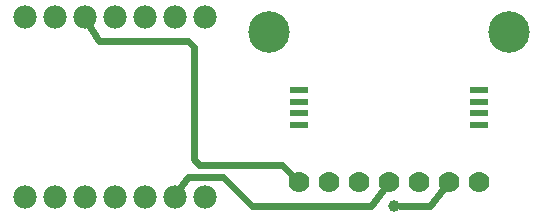
<source format=gtl>
G04 MADE WITH FRITZING*
G04 WWW.FRITZING.ORG*
G04 DOUBLE SIDED*
G04 HOLES PLATED*
G04 CONTOUR ON CENTER OF CONTOUR VECTOR*
%ASAXBY*%
%FSLAX23Y23*%
%MOIN*%
%OFA0B0*%
%SFA1.0B1.0*%
%ADD10C,0.138425*%
%ADD11C,0.070000*%
%ADD12C,0.078000*%
%ADD13C,0.039370*%
%ADD14R,0.061024X0.023622*%
%ADD15C,0.024000*%
%LNCOPPER1*%
G90*
G70*
G54D10*
X948Y746D03*
G54D11*
X1048Y246D03*
X1148Y246D03*
G54D10*
X1748Y746D03*
G54D11*
X1248Y246D03*
X1348Y246D03*
X1448Y246D03*
X1548Y246D03*
X1648Y246D03*
G54D12*
X134Y196D03*
X234Y196D03*
X334Y196D03*
X434Y196D03*
X534Y196D03*
X634Y196D03*
X734Y196D03*
X734Y797D03*
X634Y797D03*
X534Y797D03*
X434Y797D03*
X334Y797D03*
X234Y797D03*
X134Y797D03*
G54D13*
X1366Y167D03*
G54D14*
X1649Y437D03*
X1649Y476D03*
X1649Y515D03*
X1649Y555D03*
X1047Y555D03*
X1047Y515D03*
X1047Y476D03*
X1047Y437D03*
G54D15*
X677Y265D02*
X795Y265D01*
D02*
X795Y265D02*
X893Y167D01*
D02*
X893Y167D02*
X1288Y167D01*
D02*
X1288Y167D02*
X1329Y221D01*
D02*
X650Y222D02*
X677Y265D01*
D02*
X1027Y268D02*
X993Y305D01*
D02*
X678Y718D02*
X382Y718D01*
D02*
X697Y698D02*
X678Y718D01*
D02*
X697Y324D02*
X697Y698D01*
D02*
X716Y305D02*
X697Y324D01*
D02*
X993Y305D02*
X716Y305D01*
D02*
X382Y718D02*
X349Y771D01*
D02*
X1385Y167D02*
X1484Y167D01*
D02*
X1484Y167D02*
X1529Y222D01*
G04 End of Copper1*
M02*
</source>
